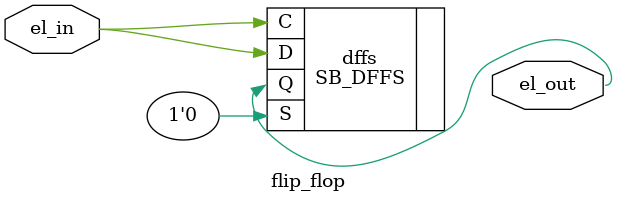
<source format=v>
module flip_flop(
    input el_in     /* synthesis syn_force_pads=1 syn_noprune=1*/,
    output el_out   /* synthesis syn_force_pads=1 syn_noprune=1*/
    );

    wire el_in      /* synthesis syn_keep = 1 */;
    wire el_out     /* synthesis syn_keep = 1 */;

    // See the SiliconBlue ICE Technology Library by Lattice Semiconductor

    SB_DFFS dffs (
        .Q(el_out),
        .C(el_in),
        .D(el_in),
        .S(1'b0)
    ) /* synthesis syn_keep = 1 */;

endmodule

</source>
